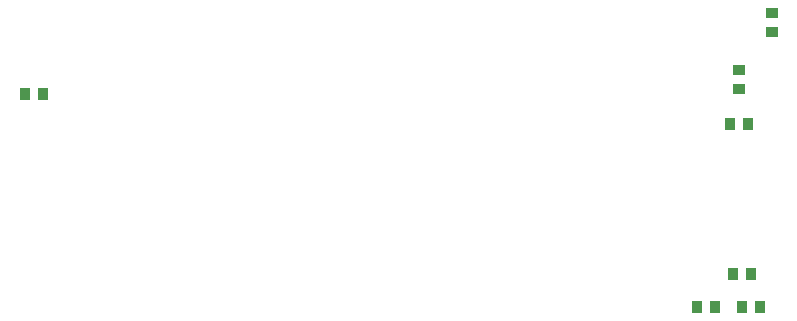
<source format=gbr>
G04 EAGLE Gerber RS-274X export*
G75*
%MOMM*%
%FSLAX34Y34*%
%LPD*%
%INSolderpaste Top*%
%IPPOS*%
%AMOC8*
5,1,8,0,0,1.08239X$1,22.5*%
G01*
%ADD10R,0.949959X1.031241*%
%ADD11R,1.031241X0.949959*%


D10*
X937641Y101600D03*
X921639Y101600D03*
X929259Y73660D03*
X945261Y73660D03*
X907161Y73660D03*
X891159Y73660D03*
X935101Y228600D03*
X919099Y228600D03*
D11*
X927100Y274701D03*
X927100Y258699D03*
X955040Y306959D03*
X955040Y322961D03*
D10*
X338201Y254000D03*
X322199Y254000D03*
M02*

</source>
